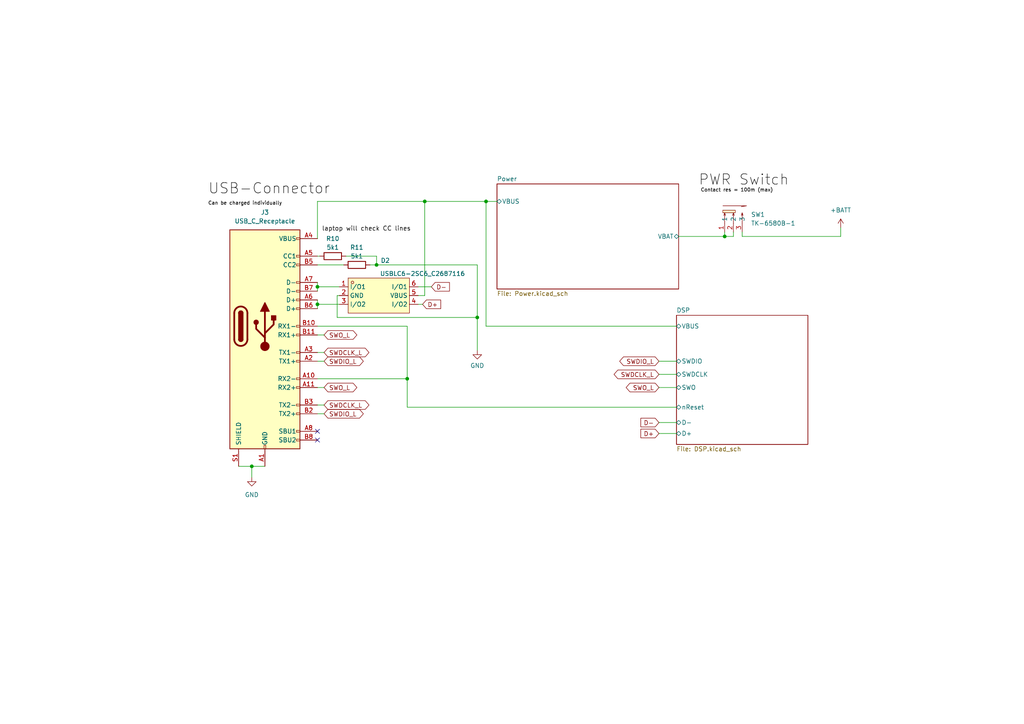
<source format=kicad_sch>
(kicad_sch (version 20230121) (generator eeschema)
  (paper "A4")
  (title_block (title "BLEEarrings (Blade Runner)") (date "2023-10-30") (rev "00.00") (company "Kitty and Dom"))
  (lib_symbols
    (symbol "Connector:USB_C_Receptacle" (pin_names (offset 1.016))
      (property "Reference" "J" (at -10.16 29.21 0))
      (property "Value" "USB_C_Receptacle" (at 10.16 29.21 0))
      (symbol "USB_C_Receptacle_0_0"
        (rectangle (start -0.254 -35.56) (end 0.254 -34.544))
        (rectangle (start 10.16 -32.766) (end 9.144 -33.274))
        (rectangle (start 10.16 -30.226) (end 9.144 -30.734))
        (rectangle (start 10.16 -25.146) (end 9.144 -25.654))
        (rectangle (start 10.16 -22.606) (end 9.144 -23.114))
        (rectangle (start 10.16 -17.526) (end 9.144 -18.034))
        (rectangle (start 10.16 -14.986) (end 9.144 -15.494))
        (rectangle (start 10.16 -9.906) (end 9.144 -10.414))
        (rectangle (start 10.16 -7.366) (end 9.144 -7.874))
        (rectangle (start 10.16 -2.286) (end 9.144 -2.794))
        (rectangle (start 10.16 0.254) (end 9.144 -0.254))
        (rectangle (start 10.16 5.334) (end 9.144 4.826))
        (rectangle (start 10.16 7.874) (end 9.144 7.366))
        (rectangle (start 10.16 10.414) (end 9.144 9.906))
        (rectangle (start 10.16 12.954) (end 9.144 12.446))
        (rectangle (start 10.16 18.034) (end 9.144 17.526))
        (rectangle (start 10.16 20.574) (end 9.144 20.066))
        (rectangle (start 10.16 25.654) (end 9.144 25.146))
      )
      (symbol "USB_C_Receptacle_0_1"
        (rectangle (start -10.16 27.94) (end 10.16 -35.56) (stroke (width 0.254)) (fill (type background)))
        (arc (start -8.89 -3.81) (mid -6.985 -5.7067) (end -5.08 -3.81) (stroke (width 0.508)))
        (arc (start -7.62 -3.81) (mid -6.985 -4.4423) (end -6.35 -3.81) (stroke (width 0.254)))
        (arc (start -7.62 -3.81) (mid -6.985 -4.4423) (end -6.35 -3.81) (stroke (width 0.254)) (fill (type outline)))
        (rectangle (start -7.62 -3.81) (end -6.35 3.81) (stroke (width 0.254)) (fill (type outline)))
        (arc (start -6.35 3.81) (mid -6.985 4.4423) (end -7.62 3.81) (stroke (width 0.254)))
        (arc (start -6.35 3.81) (mid -6.985 4.4423) (end -7.62 3.81) (stroke (width 0.254)) (fill (type outline)))
        (arc (start -5.08 3.81) (mid -6.985 5.7067) (end -8.89 3.81) (stroke (width 0.508)))
        (polyline (pts (xy -8.89 -3.81) (xy -8.89 3.81)) (stroke (width 0.508)))
        (polyline (pts (xy -5.08 3.81) (xy -5.08 -3.81)) (stroke (width 0.508)))
      )
      (symbol "USB_C_Receptacle_1_1"
        (circle (center -2.54 1.143) (radius 0.635) (stroke (width 0.254)) (fill (type outline)))
        (circle (center 0 -5.842) (radius 1.27) (fill (type outline)))
        (polyline (pts (xy 0 -5.842) (xy 0 4.318)) (stroke (width 0.508)))
        (polyline (pts (xy 0 -3.302) (xy -2.54 -0.762) (xy -2.54 0.508)) (stroke (width 0.508)))
        (polyline (pts (xy 0 -2.032) (xy 2.54 0.508) (xy 2.54 1.778)) (stroke (width 0.508)))
        (polyline (pts (xy -1.27 4.318) (xy 0 6.858) (xy 1.27 4.318) (xy -1.27 4.318)) (stroke (width 0.254)) (fill (type outline)))
        (rectangle (start 1.905 1.778) (end 3.175 3.048) (stroke (width 0.254)) (fill (type outline)))
        (pin passive line (at 0 -40.64 90) (length 5.08) (name "GND") (number "A1"))
        (pin bidirectional line (at 15.24 -15.24 180) (length 5.08) (name "RX2-") (number "A10"))
        (pin bidirectional line (at 15.24 -17.78 180) (length 5.08) (name "RX2+") (number "A11"))
        (pin passive line (at 0 -40.64 90) (length 5.08) hide (name "GND") (number "A12"))
        (pin bidirectional line (at 15.24 -10.16 180) (length 5.08) (name "TX1+") (number "A2"))
        (pin bidirectional line (at 15.24 -7.62 180) (length 5.08) (name "TX1-") (number "A3"))
        (pin passive line (at 15.24 25.4 180) (length 5.08) (name "VBUS") (number "A4"))
        (pin bidirectional line (at 15.24 20.32 180) (length 5.08) (name "CC1") (number "A5"))
        (pin bidirectional line (at 15.24 7.62 180) (length 5.08) (name "D+") (number "A6"))
        (pin bidirectional line (at 15.24 12.7 180) (length 5.08) (name "D-") (number "A7"))
        (pin bidirectional line (at 15.24 -30.48 180) (length 5.08) (name "SBU1") (number "A8"))
        (pin passive line (at 15.24 25.4 180) (length 5.08) hide (name "VBUS") (number "A9"))
        (pin passive line (at 0 -40.64 90) (length 5.08) hide (name "GND") (number "B1"))
        (pin bidirectional line (at 15.24 0 180) (length 5.08) (name "RX1-") (number "B10"))
        (pin bidirectional line (at 15.24 -2.54 180) (length 5.08) (name "RX1+") (number "B11"))
        (pin passive line (at 0 -40.64 90) (length 5.08) hide (name "GND") (number "B12"))
        (pin bidirectional line (at 15.24 -25.4 180) (length 5.08) (name "TX2+") (number "B2"))
        (pin bidirectional line (at 15.24 -22.86 180) (length 5.08) (name "TX2-") (number "B3"))
        (pin passive line (at 15.24 25.4 180) (length 5.08) hide (name "VBUS") (number "B4"))
        (pin bidirectional line (at 15.24 17.78 180) (length 5.08) (name "CC2") (number "B5"))
        (pin bidirectional line (at 15.24 5.08 180) (length 5.08) (name "D+") (number "B6"))
        (pin bidirectional line (at 15.24 10.16 180) (length 5.08) (name "D-") (number "B7"))
        (pin bidirectional line (at 15.24 -33.02 180) (length 5.08) (name "SBU2") (number "B8"))
        (pin passive line (at 15.24 25.4 180) (length 5.08) hide (name "VBUS") (number "B9"))
        (pin passive line (at -7.62 -40.64 90) (length 5.08) (name "SHIELD") (number "S1"))
      )
    )
    (symbol "Device:R" (pin_numbers hide) (pin_names (offset 0))
      (property "Reference" "R" (at 2.032 0 90))
      (property "Value" "R" (at 0 0 90))
      (symbol "R_0_1"
        (rectangle (start -1.016 -2.54) (end 1.016 2.54) (stroke (width 0.254)))
      )
      (symbol "R_1_1"
        (pin passive line (at 0 3.81 270) (length 1.27) (name "~") (number "1"))
        (pin passive line (at 0 -3.81 90) (length 1.27) (name "~") (number "2"))
      )
    )
    (symbol "easyeda2kicad:TK-6580B-1"
      (property "Reference" "SW" (at 0 0 0))
      (property "Value" "TK-6580B-1" (at 0 -10.16 0))
      (symbol "TK-6580B-1_0_1"
        (rectangle (start -3.05 1.27) (end 0.51 0.51) (fill (type background)))
        (polyline (pts (xy -2.54 0.51) (xy -2.79 -0.25)))
        (polyline (pts (xy 0 0.51) (xy -0.25 -0.25)))
        (polyline (pts (xy 2.54 0.51) (xy 2.29 -0.25)))
        (polyline (pts (xy -3.05 2.54) (xy 3.81 2.54) (xy 2.29 2.29)))
        (polyline (pts (xy -2.54 -2.54) (xy -2.54 0.51) (xy -2.29 -0.25)))
        (polyline (pts (xy 0 -2.54) (xy 0 0.51) (xy 0.25 -0.25)))
        (polyline (pts (xy 2.54 -2.54) (xy 2.54 0.51) (xy 2.79 -0.25)))
        (pin unspecified line (at -2.54 -5.08 90) (length 2.54) (name "1") (number "1"))
        (pin unspecified line (at 0 -5.08 90) (length 2.54) (name "2") (number "2"))
        (pin unspecified line (at 2.54 -5.08 90) (length 2.54) (name "3") (number "3"))
      )
    )
    (symbol "easyeda2kicad:USBLC6-2SC6_C2687116"
      (property "Reference" "D" (at 0 7.62 0))
      (property "Value" "USBLC6-2SC6_C2687116" (at 0 -7.62 0))
      (symbol "USBLC6-2SC6_C2687116_0_1"
        (rectangle (start -8.89 5.08) (end 8.89 -5.08) (fill (type background)))
        (circle (center -7.62 3.81) (radius 0.38))
        (pin unspecified line (at -11.43 2.54 0) (length 2.54) (name "I/O1") (number "1"))
        (pin unspecified line (at -11.43 0 0) (length 2.54) (name "GND") (number "2"))
        (pin unspecified line (at -11.43 -2.54 0) (length 2.54) (name "I/O2") (number "3"))
        (pin unspecified line (at 11.43 -2.54 180) (length 2.54) (name "I/O2") (number "4"))
        (pin unspecified line (at 11.43 0 180) (length 2.54) (name "VBUS") (number "5"))
        (pin unspecified line (at 11.43 2.54 180) (length 2.54) (name "I/O1") (number "6"))
      )
    )
    (symbol "power:+BATT" (power) (pin_names (offset 0))
      (property "Value" "+BATT" (at 0 3.556 0))
      (symbol "+BATT_0_1"
        (polyline (pts (xy -0.762 1.27) (xy 0 2.54)))
        (polyline (pts (xy 0 0) (xy 0 2.54)))
        (polyline (pts (xy 0 2.54) (xy 0.762 1.27)))
      )
      (symbol "+BATT_1_1"
        (pin power_in line (at 0 0 90) (length 0) hide (name "+BATT") (number "1"))
      )
    )
    (symbol "power:GND" (power) (pin_names (offset 0))
      (property "Value" "GND" (at 0 -3.81 0))
      (symbol "GND_0_1"
        (polyline (pts (xy 0 0) (xy 0 -1.27) (xy 1.27 -1.27) (xy 0 -2.54) (xy -1.27 -1.27) (xy 0 -1.27)))
      )
      (symbol "GND_1_1"
        (pin power_in line (at 0 0 270) (length 0) hide (name "GND") (number "1"))
      )
    )
  )
  (junction (at 73.025 135.255))
  (junction (at 92.075 88.265))
  (junction (at 109.22 76.835))
  (junction (at 92.075 83.185))
  (junction (at 140.97 58.42))
  (junction (at 138.43 92.075))
  (junction (at 210.185 68.58))
  (junction (at 123.19 58.42))
  (junction (at 118.11 109.855))
  (no_connect (at 92.075 127.635))
  (no_connect (at 92.075 125.095))
  (wire (pts (xy 191.135 112.395) (xy 196.215 112.395)))
  (wire (pts (xy 100.33 74.295) (xy 109.22 74.295)))
  (wire (pts (xy 92.075 74.295) (xy 92.71 74.295)))
  (wire (pts (xy 109.22 74.295) (xy 109.22 76.835)))
  (wire (pts (xy 93.98 104.775) (xy 92.075 104.775)))
  (wire (pts (xy 212.725 67.31) (xy 212.725 68.58)))
  (wire (pts (xy 196.85 68.58) (xy 210.185 68.58)))
  (wire (pts (xy 191.135 104.775) (xy 196.215 104.775)))
  (wire (pts (xy 69.215 135.255) (xy 73.025 135.255)))
  (wire (pts (xy 140.97 58.42) (xy 140.97 94.615)))
  (wire (pts (xy 118.11 94.615) (xy 118.11 109.855)))
  (wire (pts (xy 92.075 86.995) (xy 92.075 88.265)))
  (wire (pts (xy 121.285 83.185) (xy 125.095 83.185)))
  (wire (pts (xy 93.98 102.235) (xy 92.075 102.235)))
  (wire (pts (xy 121.285 88.265) (xy 122.555 88.265)))
  (wire (pts (xy 93.98 117.475) (xy 92.075 117.475)))
  (wire (pts (xy 97.79 85.725) (xy 97.79 92.075)))
  (wire (pts (xy 140.97 58.42) (xy 144.145 58.42)))
  (wire (pts (xy 97.79 92.075) (xy 138.43 92.075)))
  (wire (pts (xy 191.135 122.555) (xy 196.215 122.555)))
  (wire (pts (xy 138.43 92.075) (xy 138.43 101.6)))
  (wire (pts (xy 73.025 135.255) (xy 76.835 135.255)))
  (wire (pts (xy 196.215 94.615) (xy 140.97 94.615)))
  (wire (pts (xy 243.84 68.58) (xy 243.84 66.04)))
  (wire (pts (xy 138.43 92.075) (xy 138.43 76.835)))
  (wire (pts (xy 118.11 109.855) (xy 92.075 109.855)))
  (wire (pts (xy 93.98 97.155) (xy 92.075 97.155)))
  (wire (pts (xy 92.075 88.265) (xy 98.425 88.265)))
  (wire (pts (xy 118.11 118.11) (xy 118.11 109.855)))
  (wire (pts (xy 210.185 68.58) (xy 210.185 67.31)))
  (wire (pts (xy 191.135 108.585) (xy 196.215 108.585)))
  (wire (pts (xy 92.075 88.265) (xy 92.075 89.535)))
  (wire (pts (xy 92.075 58.42) (xy 92.075 69.215)))
  (wire (pts (xy 92.075 58.42) (xy 123.19 58.42)))
  (wire (pts (xy 92.075 76.835) (xy 99.695 76.835)))
  (wire (pts (xy 123.19 58.42) (xy 140.97 58.42)))
  (wire (pts (xy 92.075 81.915) (xy 92.075 83.185)))
  (wire (pts (xy 92.075 83.185) (xy 92.075 84.455)))
  (wire (pts (xy 107.315 76.835) (xy 109.22 76.835)))
  (wire (pts (xy 215.265 68.58) (xy 243.84 68.58)))
  (wire (pts (xy 118.11 118.11) (xy 196.215 118.11)))
  (wire (pts (xy 92.075 94.615) (xy 118.11 94.615)))
  (wire (pts (xy 123.19 58.42) (xy 123.19 85.725)))
  (wire (pts (xy 93.98 120.015) (xy 92.075 120.015)))
  (wire (pts (xy 98.425 85.725) (xy 97.79 85.725)))
  (wire (pts (xy 191.135 125.73) (xy 196.215 125.73)))
  (wire (pts (xy 215.265 68.58) (xy 215.265 67.31)))
  (wire (pts (xy 73.025 138.43) (xy 73.025 135.255)))
  (wire (pts (xy 109.22 76.835) (xy 138.43 76.835)))
  (wire (pts (xy 121.285 85.725) (xy 123.19 85.725)))
  (wire (pts (xy 210.185 68.58) (xy 212.725 68.58)))
  (wire (pts (xy 92.075 83.185) (xy 98.425 83.185)))
  (wire (pts (xy 93.98 112.395) (xy 92.075 112.395)))
  (label "laptop will check CC lines" (at 93.345 67.31 0))
  (label "Contact res = 100m (max)" (at 203.2 55.88 0) (effects (font (size 1 1))))
  (label "Can be charged individually" (at 60.325 59.69 0) (effects (font (size 1 1))))
  (label "PWR Switch" (at 202.565 54.61 0) (effects (font (size 3 3))))
  (label "USB-Connector" (at 60.325 57.15 0) (effects (font (size 3 3))))
  (global_label "D-" (shape input) (at 191.135 122.555 180) (property "Intersheetrefs" "${INTERSHEET_REFS}" (effects hide)))
  (global_label "SWDIO_L" (shape bidirectional) (at 93.98 120.015 0) (property "Intersheetrefs" "${INTERSHEET_REFS}" (effects hide)))
  (global_label "SWDCLK_L" (shape bidirectional) (at 191.135 108.585 180) (property "Intersheetrefs" "${INTERSHEET_REFS}" (effects hide)))
  (global_label "SWDCLK_L" (shape bidirectional) (at 93.98 117.475 0) (property "Intersheetrefs" "${INTERSHEET_REFS}" (effects hide)))
  (global_label "D+" (shape input) (at 191.135 125.73 180) (property "Intersheetrefs" "${INTERSHEET_REFS}" (effects hide)))
  (global_label "SWDCLK_L" (shape bidirectional) (at 93.98 102.235 0) (property "Intersheetrefs" "${INTERSHEET_REFS}" (effects hide)))
  (global_label "SWO_L" (shape bidirectional) (at 93.98 112.395 0) (property "Intersheetrefs" "${INTERSHEET_REFS}" (effects hide)))
  (global_label "SWDIO_L" (shape bidirectional) (at 191.135 104.775 180) (property "Intersheetrefs" "${INTERSHEET_REFS}" (effects hide)))
  (global_label "D+" (shape input) (at 122.555 88.265 0) (property "Intersheetrefs" "${INTERSHEET_REFS}" (effects hide)))
  (global_label "SWO_L" (shape bidirectional) (at 191.135 112.395 180) (property "Intersheetrefs" "${INTERSHEET_REFS}" (effects hide)))
  (global_label "D-" (shape input) (at 125.095 83.185 0) (property "Intersheetrefs" "${INTERSHEET_REFS}" (effects hide)))
  (global_label "SWO_L" (shape bidirectional) (at 93.98 97.155 0) (property "Intersheetrefs" "${INTERSHEET_REFS}" (effects hide)))
  (global_label "SWDIO_L" (shape bidirectional) (at 93.98 104.775 0) (property "Intersheetrefs" "${INTERSHEET_REFS}" (effects hide)))
  (symbol (lib_id "easyeda2kicad:TK-6580B-1") (at 212.725 62.23 0) (unit 1)
    (property "Reference" "SW1" (at 217.805 62.23 0) (effects (justify left)))
    (property "Value" "TK-6580B-1" (at 217.805 64.77 0) (effects (justify left)))
    (property "Footprint" "easyeda2kicad:SW-TH_TK-6580B-1" (effects hide))
    (property "LCSC Part" "C2689829" (effects hide))
  )
  (symbol (lib_id "easyeda2kicad:USBLC6-2SC6_C2687116") (at 109.855 85.725 0) (unit 1)
    (property "Reference" "D2" (at 111.76 75.565 0))
    (property "Value" "USBLC6-2SC6_C2687116" (at 122.555 79.375 0))
    (property "Footprint" "easyeda2kicad:SOT-23-6_L2.9-W1.6-P0.95-LS2.8-BL" (effects hide))
    (property "LCSC Part" "C2687116" (effects hide))
  )
  (symbol (lib_id "Device:R") (at 96.52 74.295 270) (mirror x) (unit 1)
    (property "Reference" "R10" (at 96.52 69.215 90))
    (property "Value" "5k1" (at 96.52 71.755 90))
    (property "Footprint" "Resistor_SMD:R_0402_1005Metric_Pad0.72x0.64mm_HandSolder" (effects hide))
    (property "LCSC Part" "C103086" (effects hide))
  )
  (symbol (lib_id "power:+BATT") (at 243.84 66.04 0) (unit 1)
    (property "Reference" "#PWR02" (effects hide))
    (property "Value" "+BATT" (at 243.84 60.96 0))
  )
  (symbol (lib_id "Device:R") (at 103.505 76.835 270) (mirror x) (unit 1)
    (property "Reference" "R11" (at 103.505 71.755 90))
    (property "Value" "5k1" (at 103.505 74.295 90))
    (property "Footprint" "Resistor_SMD:R_0402_1005Metric_Pad0.72x0.64mm_HandSolder" (effects hide))
    (property "LCSC Part" "C103086" (effects hide))
  )
  (symbol (lib_id "Connector:USB_C_Receptacle") (at 76.835 94.615 0) (unit 1)
    (property "Reference" "J3" (at 76.835 61.595 0))
    (property "Value" "USB_C_Receptacle" (at 76.835 64.135 0))
    (property "Footprint" "easyeda2kicad:TYPE-C-SMD_C9900025773" (effects hide))
    (property "Datasheet" "https://www.usb.org/sites/default/files/documents/usb_type-c.zip" (effects hide))
    (property "LCSC Part" "C5156605 " (effects hide))
  )
  (symbol (lib_id "power:GND") (at 138.43 101.6 0) (unit 1)
    (property "Reference" "#PWR023" (effects hide))
    (property "Value" "GND" (at 138.43 106.045 0))
  )
  (symbol (lib_id "power:GND") (at 73.025 138.43 0) (unit 1)
    (property "Reference" "#PWR01" (effects hide))
    (property "Value" "GND" (at 73.025 143.51 0))
  )
  (sheet (at 196.215 91.44) (size 38.1 37.465) (stroke (width 0.1524))
    (property "Sheetname" "DSP" (at 196.215 90.7284 0) (effects (justify left bottom)))
    (property "Sheetfile" "DSP.kicad_sch" (at 196.215 129.4896 0) (effects (justify left top)))
    (pin "nReset" bidirectional (at 196.215 118.11 180))
    (pin "SWDIO" bidirectional (at 196.215 104.775 180))
    (pin "SWDCLK" bidirectional (at 196.215 108.585 180))
    (pin "SWO" bidirectional (at 196.215 112.395 180))
    (pin "D-" bidirectional (at 196.215 122.555 180))
    (pin "D+" bidirectional (at 196.215 125.73 180))
    (pin "VBUS" bidirectional (at 196.215 94.615 180))
  )
  (sheet (at 144.145 53.34) (size 52.705 30.48) (stroke (width 0.1524))
    (property "Sheetname" "Power" (at 144.145 52.6284 0) (effects (justify left bottom)))
    (property "Sheetfile" "Power.kicad_sch" (at 144.145 84.4046 0) (effects (justify left top)))
    (pin "VBUS" bidirectional (at 144.145 58.42 180))
    (pin "VBAT" bidirectional (at 196.85 68.58 0))
  )
)
</source>
